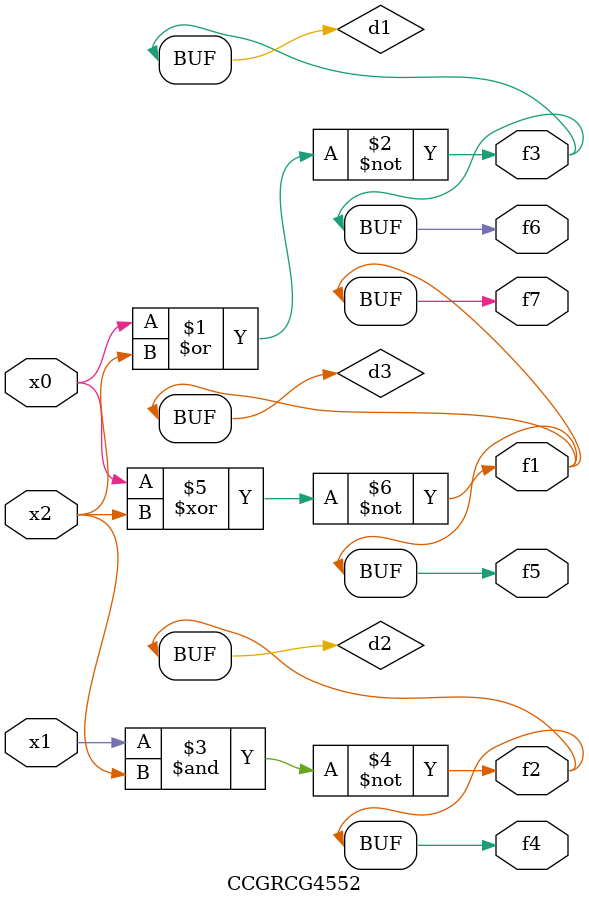
<source format=v>
module CCGRCG4552(
	input x0, x1, x2,
	output f1, f2, f3, f4, f5, f6, f7
);

	wire d1, d2, d3;

	nor (d1, x0, x2);
	nand (d2, x1, x2);
	xnor (d3, x0, x2);
	assign f1 = d3;
	assign f2 = d2;
	assign f3 = d1;
	assign f4 = d2;
	assign f5 = d3;
	assign f6 = d1;
	assign f7 = d3;
endmodule

</source>
